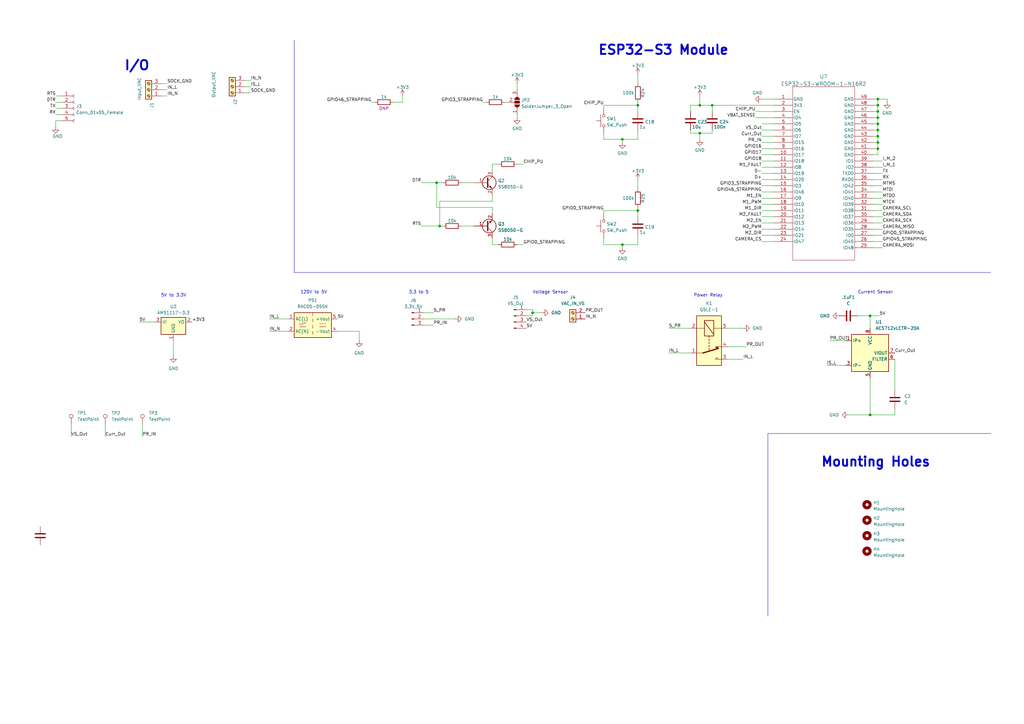
<source format=kicad_sch>
(kicad_sch (version 20230121) (generator eeschema)
  (paper "A3")
  (title_block (title "ESP32 Example: Motor Controller") (date "2023-08-07") (rev "A") (company "ECE 445"))
  (lib_symbols
    (symbol "Connector:Conn_01x03_Pin" (pin_names (offset 1.016) hide)
      (property "Reference" "J" (at 0 5.08 0))
      (property "Value" "Conn_01x03_Pin" (at 0 -5.08 0))
      (symbol "Conn_01x03_Pin_1_1"
        (polyline (pts (xy 1.27 -2.54) (xy 0.8636 -2.54)) (stroke (width 0.1524)))
        (polyline (pts (xy 1.27 0) (xy 0.8636 0)) (stroke (width 0.1524)))
        (polyline (pts (xy 1.27 2.54) (xy 0.8636 2.54)) (stroke (width 0.1524)))
        (rectangle (start 0.8636 -2.413) (end 0 -2.667) (stroke (width 0.1524)) (fill (type outline)))
        (rectangle (start 0.8636 0.127) (end 0 -0.127) (stroke (width 0.1524)) (fill (type outline)))
        (rectangle (start 0.8636 2.667) (end 0 2.413) (stroke (width 0.1524)) (fill (type outline)))
        (pin passive line (at 5.08 2.54 180) (length 3.81) (name "Pin_1") (number "1"))
        (pin passive line (at 5.08 0 180) (length 3.81) (name "Pin_2") (number "2"))
        (pin passive line (at 5.08 -2.54 180) (length 3.81) (name "Pin_3") (number "3"))
      )
    )
    (symbol "Connector:Conn_01x04_Pin" (pin_names (offset 1.016) hide)
      (property "Reference" "J" (at 0 5.08 0))
      (property "Value" "Conn_01x04_Pin" (at 0 -7.62 0))
      (symbol "Conn_01x04_Pin_1_1"
        (polyline (pts (xy 1.27 -5.08) (xy 0.8636 -5.08)) (stroke (width 0.1524)))
        (polyline (pts (xy 1.27 -2.54) (xy 0.8636 -2.54)) (stroke (width 0.1524)))
        (polyline (pts (xy 1.27 0) (xy 0.8636 0)) (stroke (width 0.1524)))
        (polyline (pts (xy 1.27 2.54) (xy 0.8636 2.54)) (stroke (width 0.1524)))
        (rectangle (start 0.8636 -4.953) (end 0 -5.207) (stroke (width 0.1524)) (fill (type outline)))
        (rectangle (start 0.8636 -2.413) (end 0 -2.667) (stroke (width 0.1524)) (fill (type outline)))
        (rectangle (start 0.8636 0.127) (end 0 -0.127) (stroke (width 0.1524)) (fill (type outline)))
        (rectangle (start 0.8636 2.667) (end 0 2.413) (stroke (width 0.1524)) (fill (type outline)))
        (pin passive line (at 5.08 2.54 180) (length 3.81) (name "Pin_1") (number "1"))
        (pin passive line (at 5.08 0 180) (length 3.81) (name "Pin_2") (number "2"))
        (pin passive line (at 5.08 -2.54 180) (length 3.81) (name "Pin_3") (number "3"))
        (pin passive line (at 5.08 -5.08 180) (length 3.81) (name "Pin_4") (number "4"))
      )
    )
    (symbol "Connector:Conn_01x05_Female" (pin_names (offset 1.016) hide)
      (property "Reference" "J" (at 0 7.62 0))
      (property "Value" "Conn_01x05_Female" (at 0 -7.62 0))
      (symbol "Conn_01x05_Female_1_1"
        (arc (start 0 -4.572) (mid -0.5058 -5.08) (end 0 -5.588) (stroke (width 0.1524)))
        (arc (start 0 -2.032) (mid -0.5058 -2.54) (end 0 -3.048) (stroke (width 0.1524)))
        (polyline (pts (xy -1.27 -5.08) (xy -0.508 -5.08)) (stroke (width 0.1524)))
        (polyline (pts (xy -1.27 -2.54) (xy -0.508 -2.54)) (stroke (width 0.1524)))
        (polyline (pts (xy -1.27 0) (xy -0.508 0)) (stroke (width 0.1524)))
        (polyline (pts (xy -1.27 2.54) (xy -0.508 2.54)) (stroke (width 0.1524)))
        (polyline (pts (xy -1.27 5.08) (xy -0.508 5.08)) (stroke (width 0.1524)))
        (arc (start 0 0.508) (mid -0.5058 0) (end 0 -0.508) (stroke (width 0.1524)))
        (arc (start 0 3.048) (mid -0.5058 2.54) (end 0 2.032) (stroke (width 0.1524)))
        (arc (start 0 5.588) (mid -0.5058 5.08) (end 0 4.572) (stroke (width 0.1524)))
        (pin passive line (at -5.08 5.08 0) (length 3.81) (name "Pin_1") (number "1"))
        (pin passive line (at -5.08 2.54 0) (length 3.81) (name "Pin_2") (number "2"))
        (pin passive line (at -5.08 0 0) (length 3.81) (name "Pin_3") (number "3"))
        (pin passive line (at -5.08 -2.54 0) (length 3.81) (name "Pin_4") (number "4"))
        (pin passive line (at -5.08 -5.08 0) (length 3.81) (name "Pin_5") (number "5"))
      )
    )
    (symbol "Connector:Screw_Terminal_01x02" (pin_names (offset 1.016) hide)
      (property "Reference" "J" (at 0 2.54 0))
      (property "Value" "Screw_Terminal_01x02" (at 0 -5.08 0))
      (symbol "Screw_Terminal_01x02_1_1"
        (rectangle (start -1.27 1.27) (end 1.27 -3.81) (stroke (width 0.254)) (fill (type background)))
        (circle (center 0 -2.54) (radius 0.635) (stroke (width 0.1524)))
        (polyline (pts (xy -0.5334 -2.2098) (xy 0.3302 -3.048)) (stroke (width 0.1524)))
        (polyline (pts (xy -0.5334 0.3302) (xy 0.3302 -0.508)) (stroke (width 0.1524)))
        (polyline (pts (xy -0.3556 -2.032) (xy 0.508 -2.8702)) (stroke (width 0.1524)))
        (polyline (pts (xy -0.3556 0.508) (xy 0.508 -0.3302)) (stroke (width 0.1524)))
        (circle (center 0 0) (radius 0.635) (stroke (width 0.1524)))
        (pin passive line (at -5.08 0 0) (length 3.81) (name "Pin_1") (number "1"))
        (pin passive line (at -5.08 -2.54 0) (length 3.81) (name "Pin_2") (number "2"))
      )
    )
    (symbol "Connector:Screw_Terminal_01x03" (pin_names (offset 1.016) hide)
      (property "Reference" "J" (at 0 5.08 0))
      (property "Value" "Screw_Terminal_01x03" (at 0 -5.08 0))
      (symbol "Screw_Terminal_01x03_1_1"
        (rectangle (start -1.27 3.81) (end 1.27 -3.81) (stroke (width 0.254)) (fill (type background)))
        (circle (center 0 -2.54) (radius 0.635) (stroke (width 0.1524)))
        (polyline (pts (xy -0.5334 -2.2098) (xy 0.3302 -3.048)) (stroke (width 0.1524)))
        (polyline (pts (xy -0.5334 0.3302) (xy 0.3302 -0.508)) (stroke (width 0.1524)))
        (polyline (pts (xy -0.5334 2.8702) (xy 0.3302 2.032)) (stroke (width 0.1524)))
        (polyline (pts (xy -0.3556 -2.032) (xy 0.508 -2.8702)) (stroke (width 0.1524)))
        (polyline (pts (xy -0.3556 0.508) (xy 0.508 -0.3302)) (stroke (width 0.1524)))
        (polyline (pts (xy -0.3556 3.048) (xy 0.508 2.2098)) (stroke (width 0.1524)))
        (circle (center 0 0) (radius 0.635) (stroke (width 0.1524)))
        (circle (center 0 2.54) (radius 0.635) (stroke (width 0.1524)))
        (pin passive line (at -5.08 2.54 0) (length 3.81) (name "Pin_1") (number "1"))
        (pin passive line (at -5.08 0 0) (length 3.81) (name "Pin_2") (number "2"))
        (pin passive line (at -5.08 -2.54 0) (length 3.81) (name "Pin_3") (number "3"))
      )
    )
    (symbol "Connector:TestPoint" (pin_numbers hide) (pin_names (offset 0.762) hide)
      (property "Reference" "TP" (at 0 6.858 0))
      (property "Value" "TestPoint" (at 0 5.08 0))
      (symbol "TestPoint_0_1"
        (circle (center 0 3.302) (radius 0.762))
      )
      (symbol "TestPoint_1_1"
        (pin passive line (at 0 0 90) (length 2.54) (name "1") (number "1"))
      )
    )
    (symbol "Converter_ACDC:RAC05-05SK"
      (property "Reference" "PS" (at 0 6.35 0))
      (property "Value" "RAC05-05SK" (at 0 -6.35 0))
      (symbol "RAC05-05SK_1_1"
        (rectangle (start -7.62 5.08) (end 7.62 -5.08) (stroke (width 0.254)) (fill (type background)))
        (arc (start -5.334 0.635) (mid -4.699 0.2495) (end -4.064 0.635))
        (arc (start -2.794 0.635) (mid -3.429 1.0072) (end -4.064 0.635))
        (polyline (pts (xy -5.334 -0.635) (xy -2.794 -0.635)))
        (polyline (pts (xy 0 -2.54) (xy 0 -3.81)))
        (polyline (pts (xy 0 0) (xy 0 -1.27)))
        (polyline (pts (xy 0 2.54) (xy 0 1.27)))
        (polyline (pts (xy 0 5.08) (xy 0 3.81)))
        (polyline (pts (xy 2.794 -0.635) (xy 5.334 -0.635)))
        (polyline (pts (xy 2.794 0.635) (xy 3.302 0.635)))
        (polyline (pts (xy 3.81 0.635) (xy 4.318 0.635)))
        (polyline (pts (xy 4.826 0.635) (xy 5.334 0.635)))
        (pin power_in line (at -10.16 2.54 0) (length 2.54) (name "AC(L)") (number "1"))
        (pin power_in line (at -10.16 -2.54 0) (length 2.54) (name "AC(N)") (number "2"))
        (pin no_connect line (at 7.62 0 180) (length 2.54) hide (name "NC") (number "3"))
        (pin power_out line (at 10.16 -2.54 180) (length 2.54) (name "-Vout") (number "4"))
        (pin power_out line (at 10.16 2.54 180) (length 2.54) (name "+Vout") (number "5"))
      )
    )
    (symbol "Device:C" (pin_numbers hide) (pin_names (offset 0.254))
      (property "Reference" "C" (at 0.635 2.54 0))
      (property "Value" "C" (at 0.635 -2.54 0))
      (symbol "C_0_1"
        (polyline (pts (xy -2.032 -0.762) (xy 2.032 -0.762)) (stroke (width 0.508)))
        (polyline (pts (xy -2.032 0.762) (xy 2.032 0.762)) (stroke (width 0.508)))
      )
      (symbol "C_1_1"
        (pin passive line (at 0 3.81 270) (length 2.794) (name "~") (number "1"))
        (pin passive line (at 0 -3.81 90) (length 2.794) (name "~") (number "2"))
      )
    )
    (symbol "Device:Q_NPN_BEC" (pin_names (offset 0) hide)
      (property "Reference" "Q" (at 5.08 1.27 0))
      (property "Value" "Q_NPN_BEC" (at 5.08 -1.27 0))
      (symbol "Q_NPN_BEC_0_1"
        (polyline (pts (xy 0.635 0.635) (xy 2.54 2.54)))
        (polyline (pts (xy 0.635 -0.635) (xy 2.54 -2.54) (xy 2.54 -2.54)))
        (polyline (pts (xy 0.635 1.905) (xy 0.635 -1.905) (xy 0.635 -1.905)) (stroke (width 0.508)))
        (polyline (pts (xy 1.27 -1.778) (xy 1.778 -1.27) (xy 2.286 -2.286) (xy 1.27 -1.778) (xy 1.27 -1.778)) (fill (type outline)))
        (circle (center 1.27 0) (radius 2.8194) (stroke (width 0.254)))
      )
      (symbol "Q_NPN_BEC_1_1"
        (pin input line (at -5.08 0 0) (length 5.715) (name "B") (number "1"))
        (pin passive line (at 2.54 -5.08 90) (length 2.54) (name "E") (number "2"))
        (pin passive line (at 2.54 5.08 270) (length 2.54) (name "C") (number "3"))
      )
    )
    (symbol "GND_1" (power) (pin_names (offset 0))
      (property "Value" "GND_1" (at 0 -3.81 0))
      (symbol "GND_1_0_1"
        (polyline (pts (xy 0 0) (xy 0 -1.27) (xy 1.27 -1.27) (xy 0 -2.54) (xy -1.27 -1.27) (xy 0 -1.27)))
      )
      (symbol "GND_1_1_1"
        (pin power_in line (at 0 0 270) (length 0) hide (name "GND") (number "1"))
      )
    )
    (symbol "GND_2" (power) (pin_names (offset 0))
      (property "Value" "GND_2" (at 0 -3.81 0))
      (symbol "GND_2_0_1"
        (polyline (pts (xy 0 0) (xy 0 -1.27) (xy 1.27 -1.27) (xy 0 -2.54) (xy -1.27 -1.27) (xy 0 -1.27)))
      )
      (symbol "GND_2_1_1"
        (pin power_in line (at 0 0 270) (length 0) hide (name "GND") (number "1"))
      )
    )
    (symbol "GND_3" (power) (pin_names (offset 0))
      (property "Value" "GND_3" (at 0 -3.81 0))
      (symbol "GND_3_0_1"
        (polyline (pts (xy 0 0) (xy 0 -1.27) (xy 1.27 -1.27) (xy 0 -2.54) (xy -1.27 -1.27) (xy 0 -1.27)))
      )
      (symbol "GND_3_1_1"
        (pin power_in line (at 0 0 270) (length 0) hide (name "GND") (number "1"))
      )
    )
    (symbol "GND_4" (power) (pin_names (offset 0))
      (property "Value" "GND_4" (at 0 -3.81 0))
      (symbol "GND_4_0_1"
        (polyline (pts (xy 0 0) (xy 0 -1.27) (xy 1.27 -1.27) (xy 0 -2.54) (xy -1.27 -1.27) (xy 0 -1.27)))
      )
      (symbol "GND_4_1_1"
        (pin power_in line (at 0 0 270) (length 0) hide (name "GND") (number "1"))
      )
    )
    (symbol "GND_5" (power) (pin_names (offset 0))
      (property "Value" "GND_5" (at 0 -3.81 0))
      (symbol "GND_5_0_1"
        (polyline (pts (xy 0 0) (xy 0 -1.27) (xy 1.27 -1.27) (xy 0 -2.54) (xy -1.27 -1.27) (xy 0 -1.27)))
      )
      (symbol "GND_5_1_1"
        (pin power_in line (at 0 0 270) (length 0) hide (name "GND") (number "1"))
      )
    )
    (symbol "GND_6" (power) (pin_names (offset 0))
      (property "Value" "GND_6" (at 0 -3.81 0))
      (symbol "GND_6_0_1"
        (polyline (pts (xy 0 0) (xy 0 -1.27) (xy 1.27 -1.27) (xy 0 -2.54) (xy -1.27 -1.27) (xy 0 -1.27)))
      )
      (symbol "GND_6_1_1"
        (pin power_in line (at 0 0 270) (length 0) hide (name "GND") (number "1"))
      )
    )
    (symbol "GND_7" (power) (pin_names (offset 0))
      (property "Value" "GND_7" (at 0 -3.81 0))
      (symbol "GND_7_0_1"
        (polyline (pts (xy 0 0) (xy 0 -1.27) (xy 1.27 -1.27) (xy 0 -2.54) (xy -1.27 -1.27) (xy 0 -1.27)))
      )
      (symbol "GND_7_1_1"
        (pin power_in line (at 0 0 270) (length 0) hide (name "GND") (number "1"))
      )
    )
    (symbol "Jumper:SolderJumper_3_Open" (pin_names (offset 0) hide)
      (property "Reference" "JP" (at -2.54 -2.54 0))
      (property "Value" "SolderJumper_3_Open" (at 0 2.794 0))
      (symbol "SolderJumper_3_Open_0_1"
        (arc (start -1.016 1.016) (mid -2.0276 0) (end -1.016 -1.016))
        (arc (start -1.016 1.016) (mid -2.0276 0) (end -1.016 -1.016) (fill (type outline)))
        (rectangle (start -0.508 1.016) (end 0.508 -1.016) (fill (type outline)))
        (polyline (pts (xy -2.54 0) (xy -2.032 0)))
        (polyline (pts (xy -1.016 1.016) (xy -1.016 -1.016)))
        (polyline (pts (xy 0 -1.27) (xy 0 -1.016)))
        (polyline (pts (xy 1.016 1.016) (xy 1.016 -1.016)))
        (polyline (pts (xy 2.54 0) (xy 2.032 0)))
        (arc (start 1.016 -1.016) (mid 2.0276 0) (end 1.016 1.016))
        (arc (start 1.016 -1.016) (mid 2.0276 0) (end 1.016 1.016) (fill (type outline)))
      )
      (symbol "SolderJumper_3_Open_1_1"
        (pin passive line (at -5.08 0 0) (length 2.54) (name "A") (number "1"))
        (pin passive line (at 0 -3.81 90) (length 2.54) (name "C") (number "2"))
        (pin passive line (at 5.08 0 180) (length 2.54) (name "B") (number "3"))
      )
    )
    (symbol "Mechanical:MountingHole" (pin_names (offset 1.016))
      (property "Reference" "H" (at 0 5.08 0))
      (property "Value" "MountingHole" (at 0 3.175 0))
      (symbol "MountingHole_0_1"
        (circle (center 0 0) (radius 1.27) (stroke (width 1.27)))
      )
    )
    (symbol "Regulator_Linear:AMS1117-3.3"
      (property "Reference" "U" (at -3.81 3.175 0))
      (property "Value" "AMS1117-3.3" (at 0 3.175 0))
      (symbol "AMS1117-3.3_0_1"
        (rectangle (start -5.08 -5.08) (end 5.08 1.905) (stroke (width 0.254)) (fill (type background)))
      )
      (symbol "AMS1117-3.3_1_1"
        (pin power_in line (at 0 -7.62 90) (length 2.54) (name "GND") (number "1"))
        (pin power_out line (at 7.62 0 180) (length 2.54) (name "VO") (number "2"))
        (pin power_in line (at -7.62 0 0) (length 2.54) (name "VI") (number "3"))
      )
    )
    (symbol "Relay:G5LE-1"
      (property "Reference" "K" (at 11.43 3.81 0))
      (property "Value" "G5LE-1" (at 11.43 1.27 0))
      (symbol "G5LE-1_0_0"
        (polyline (pts (xy 7.62 5.08) (xy 7.62 2.54) (xy 6.985 3.175) (xy 7.62 3.81)))
      )
      (symbol "G5LE-1_0_1"
        (rectangle (start -10.16 5.08) (end 10.16 -5.08) (stroke (width 0.254)) (fill (type background)))
        (rectangle (start -8.255 1.905) (end -1.905 -1.905) (stroke (width 0.254)))
        (polyline (pts (xy -7.62 -1.905) (xy -2.54 1.905)) (stroke (width 0.254)))
        (polyline (pts (xy -5.08 -5.08) (xy -5.08 -1.905)))
        (polyline (pts (xy -5.08 5.08) (xy -5.08 1.905)))
        (polyline (pts (xy -1.905 0) (xy -1.27 0)) (stroke (width 0.254)))
        (polyline (pts (xy -0.635 0) (xy 0 0)) (stroke (width 0.254)))
        (polyline (pts (xy 0.635 0) (xy 1.27 0)) (stroke (width 0.254)))
        (polyline (pts (xy 1.905 0) (xy 2.54 0)) (stroke (width 0.254)))
        (polyline (pts (xy 3.175 0) (xy 3.81 0)) (stroke (width 0.254)))
        (polyline (pts (xy 5.08 -2.54) (xy 3.175 3.81)) (stroke (width 0.508)))
        (polyline (pts (xy 5.08 -2.54) (xy 5.08 -5.08)))
        (polyline (pts (xy 2.54 5.08) (xy 2.54 2.54) (xy 3.175 3.175) (xy 2.54 3.81)) (fill (type outline)))
      )
      (symbol "G5LE-1_1_1"
        (pin passive line (at 5.08 -7.62 90) (length 2.54) (name "~") (number "1"))
        (pin passive line (at -5.08 -7.62 90) (length 2.54) (name "~") (number "2"))
        (pin passive line (at 7.62 7.62 270) (length 2.54) (name "~") (number "3"))
        (pin passive line (at 2.54 7.62 270) (length 2.54) (name "~") (number "4"))
        (pin passive line (at -5.08 7.62 270) (length 2.54) (name "~") (number "5"))
      )
    )
    (symbol "Sensor_Current:ACS712xLCTR-20A"
      (property "Reference" "U" (at 2.54 11.43 0))
      (property "Value" "ACS712xLCTR-20A" (at 2.54 8.89 0))
      (symbol "ACS712xLCTR-20A_0_1"
        (rectangle (start -7.62 7.62) (end 7.62 -7.62) (stroke (width 0.254)) (fill (type background)))
      )
      (symbol "ACS712xLCTR-20A_1_1"
        (pin passive line (at -10.16 5.08 0) (length 2.54) (name "IP+") (number "1"))
        (pin passive line (at -10.16 5.08 0) (length 2.54) hide (name "IP+") (number "2"))
        (pin passive line (at -10.16 -5.08 0) (length 2.54) (name "IP-") (number "3"))
        (pin passive line (at -10.16 -5.08 0) (length 2.54) hide (name "IP-") (number "4"))
        (pin power_in line (at 0 -10.16 90) (length 2.54) (name "GND") (number "5"))
        (pin passive line (at 10.16 -2.54 180) (length 2.54) (name "FILTER") (number "6"))
        (pin output line (at 10.16 0 180) (length 2.54) (name "VIOUT") (number "7"))
        (pin power_in line (at 0 10.16 270) (length 2.54) (name "VCC") (number "8"))
      )
    )
    (symbol "Switch:SW_Push" (pin_numbers hide) (pin_names (offset 1.016) hide)
      (property "Reference" "SW" (at 1.27 2.54 0))
      (property "Value" "SW_Push" (at 0 -1.524 0))
      (symbol "SW_Push_0_1"
        (circle (center -2.032 0) (radius 0.508))
        (polyline (pts (xy 0 1.27) (xy 0 3.048)))
        (polyline (pts (xy 2.54 1.27) (xy -2.54 1.27)))
        (circle (center 2.032 0) (radius 0.508))
        (pin passive line (at -5.08 0 0) (length 2.54) (name "1") (number "1"))
        (pin passive line (at 5.08 0 180) (length 2.54) (name "2") (number "2"))
      )
    )
    (symbol "basic:C" (pin_numbers hide) (pin_names (offset 0.254))
      (property "Reference" "C" (at 0.635 2.54 0))
      (symbol "C_0_1"
        (polyline (pts (xy -2.032 -0.762) (xy 2.032 -0.762)) (stroke (width 0.508)))
        (polyline (pts (xy -2.032 0.762) (xy 2.032 0.762)) (stroke (width 0.508)))
      )
      (symbol "C_1_1"
        (pin passive line (at 0 3.81 270) (length 2.794) (name "~") (number "1"))
        (pin passive line (at 0 -3.81 90) (length 2.794) (name "~") (number "2"))
      )
    )
    (symbol "basic:R" (pin_numbers hide) (pin_names (offset 0))
      (property "Value" "R" (at 0 0 90))
      (symbol "R_0_1"
        (rectangle (start -1.016 -2.54) (end 1.016 2.54) (stroke (width 0.254)))
      )
      (symbol "R_1_1"
        (pin passive line (at 0 3.81 270) (length 1.27) (name "~") (number "1"))
        (pin passive line (at 0 -3.81 90) (length 1.27) (name "~") (number "2"))
      )
    )
    (symbol "local_symbols:ESP32-S3-WROOM-1-N16R2" (pin_names (offset 0.254))
      (property "Reference" "U" (at 20.32 10.16 0))
      (property "Value" "ESP32-S3-WROOM-1-N16R2" (at 20.32 7.62 0))
      (symbol "ESP32-S3-WROOM-1-N16R2_0_1"
        (polyline (pts (xy 7.62 -66.04) (xy 33.02 -66.04)) (stroke (width 0.127)))
        (polyline (pts (xy 7.62 5.08) (xy 7.62 -66.04)) (stroke (width 0.127)))
        (polyline (pts (xy 33.02 -66.04) (xy 33.02 5.08)) (stroke (width 0.127)))
        (polyline (pts (xy 33.02 5.08) (xy 7.62 5.08)) (stroke (width 0.127)))
        (pin power_out line (at 0 0 0) (length 7.62) (name "GND") (number "1"))
        (pin bidirectional line (at 0 -22.86 0) (length 7.62) (name "IO17") (number "10"))
        (pin bidirectional line (at 0 -25.4 0) (length 7.62) (name "IO18") (number "11"))
        (pin bidirectional line (at 0 -27.94 0) (length 7.62) (name "IO8") (number "12"))
        (pin bidirectional line (at 0 -30.48 0) (length 7.62) (name "IO19") (number "13"))
        (pin bidirectional line (at 0 -33.02 0) (length 7.62) (name "IO20") (number "14"))
        (pin bidirectional line (at 0 -35.56 0) (length 7.62) (name "IO3") (number "15"))
        (pin bidirectional line (at 0 -38.1 0) (length 7.62) (name "IO46") (number "16"))
        (pin bidirectional line (at 0 -40.64 0) (length 7.62) (name "IO9") (number "17"))
        (pin bidirectional line (at 0 -43.18 0) (length 7.62) (name "IO10") (number "18"))
        (pin bidirectional line (at 0 -45.72 0) (length 7.62) (name "IO11") (number "19"))
        (pin power_in line (at 0 -2.54 0) (length 7.62) (name "3V3") (number "2"))
        (pin bidirectional line (at 0 -48.26 0) (length 7.62) (name "IO12") (number "20"))
        (pin bidirectional line (at 0 -50.8 0) (length 7.62) (name "IO13") (number "21"))
        (pin bidirectional line (at 0 -53.34 0) (length 7.62) (name "IO14") (number "22"))
        (pin bidirectional line (at 0 -55.88 0) (length 7.62) (name "IO21") (number "23"))
        (pin bidirectional line (at 0 -58.42 0) (length 7.62) (name "IO47") (number "24"))
        (pin bidirectional line (at 40.64 -60.96 180) (length 7.62) (name "IO48") (number "25"))
        (pin bidirectional line (at 40.64 -58.42 180) (length 7.62) (name "IO45") (number "26"))
        (pin bidirectional line (at 40.64 -55.88 180) (length 7.62) (name "IO0") (number "27"))
        (pin bidirectional line (at 40.64 -53.34 180) (length 7.62) (name "IO35") (number "28"))
        (pin bidirectional line (at 40.64 -50.8 180) (length 7.62) (name "IO36") (number "29"))
        (pin input line (at 0 -5.08 0) (length 7.62) (name "EN") (number "3"))
        (pin bidirectional line (at 40.64 -48.26 180) (length 7.62) (name "IO37") (number "30"))
        (pin bidirectional line (at 40.64 -45.72 180) (length 7.62) (name "IO38") (number "31"))
        (pin bidirectional line (at 40.64 -43.18 180) (length 7.62) (name "IO39") (number "32"))
        (pin bidirectional line (at 40.64 -40.64 180) (length 7.62) (name "IO40") (number "33"))
        (pin bidirectional line (at 40.64 -38.1 180) (length 7.62) (name "IO41") (number "34"))
        (pin bidirectional line (at 40.64 -35.56 180) (length 7.62) (name "IO42") (number "35"))
        (pin bidirectional line (at 40.64 -33.02 180) (length 7.62) (name "RXD0") (number "36"))
        (pin bidirectional line (at 40.64 -30.48 180) (length 7.62) (name "TXD0") (number "37"))
        (pin bidirectional line (at 40.64 -27.94 180) (length 7.62) (name "IO2") (number "38"))
        (pin bidirectional line (at 40.64 -25.4 180) (length 7.62) (name "IO1") (number "39"))
        (pin bidirectional line (at 0 -7.62 0) (length 7.62) (name "IO4") (number "4"))
        (pin power_out line (at 40.64 -22.86 180) (length 7.62) (name "GND") (number "40"))
        (pin power_out line (at 40.64 -20.32 180) (length 7.62) (name "GND") (number "41"))
        (pin power_out line (at 40.64 -17.78 180) (length 7.62) (name "GND") (number "42"))
        (pin power_out line (at 40.64 -15.24 180) (length 7.62) (name "GND") (number "43"))
        (pin power_out line (at 40.64 -12.7 180) (length 7.62) (name "GND") (number "44"))
        (pin power_out line (at 40.64 -10.16 180) (length 7.62) (name "GND") (number "45"))
        (pin power_out line (at 40.64 -7.62 180) (length 7.62) (name "GND") (number "46"))
        (pin power_out line (at 40.64 -5.08 180) (length 7.62) (name "GND") (number "47"))
        (pin power_out line (at 40.64 -2.54 180) (length 7.62) (name "GND") (number "48"))
        (pin power_out line (at 40.64 0 180) (length 7.62) (name "GND") (number "49"))
        (pin bidirectional line (at 0 -10.16 0) (length 7.62) (name "IO5") (number "5"))
        (pin bidirectional line (at 0 -12.7 0) (length 7.62) (name "IO6") (number "6"))
        (pin bidirectional line (at 0 -15.24 0) (length 7.62) (name "IO7") (number "7"))
        (pin bidirectional line (at 0 -17.78 0) (length 7.62) (name "IO15") (number "8"))
        (pin bidirectional line (at 0 -20.32 0) (length 7.62) (name "IO16") (number "9"))
      )
    )
    (symbol "power:+3V3" (power) (pin_names (offset 0))
      (property "Value" "+3V3" (at 0 3.556 0))
      (symbol "+3V3_0_1"
        (polyline (pts (xy -0.762 1.27) (xy 0 2.54)))
        (polyline (pts (xy 0 0) (xy 0 2.54)))
        (polyline (pts (xy 0 2.54) (xy 0.762 1.27)))
      )
      (symbol "+3V3_1_1"
        (pin power_in line (at 0 0 90) (length 0) hide (name "+3V3") (number "1"))
      )
    )
    (symbol "power:GND" (power) (pin_names (offset 0))
      (property "Value" "GND" (at 0 -3.81 0))
      (symbol "GND_0_1"
        (polyline (pts (xy 0 0) (xy 0 -1.27) (xy 1.27 -1.27) (xy 0 -2.54) (xy -1.27 -1.27) (xy 0 -1.27)))
      )
      (symbol "GND_1_1"
        (pin power_in line (at 0 0 270) (length 0) hide (name "GND") (number "1"))
      )
    )
  )
  (junction (at 261.62 43.18))
  (junction (at 360.045 55.88))
  (junction (at 360.045 45.72))
  (junction (at 287.02 43.18))
  (junction (at 360.045 48.26))
  (junction (at 360.045 50.8))
  (junction (at 356.87 170.18))
  (junction (at 287.02 54.61))
  (junction (at 180.34 92.71))
  (junction (at 360.045 40.64))
  (junction (at 255.27 57.15))
  (junction (at 179.07 74.93))
  (junction (at 360.045 53.34))
  (junction (at 360.045 60.96))
  (junction (at 218.44 128.27))
  (junction (at 360.045 43.18))
  (junction (at 255.27 100.33))
  (junction (at 292.1 43.18))
  (junction (at 360.045 58.42))
  (junction (at 261.62 86.36))
  (junction (at 356.87 129.54))
  (wire (pts (xy 207.01 41.91) (xy 208.28 41.91)))
  (wire (pts (xy 358.14 101.6) (xy 361.95 101.6)))
  (wire (pts (xy 347.98 170.18) (xy 356.87 170.18)))
  (wire (pts (xy 261.62 85.09) (xy 261.62 86.36)))
  (wire (pts (xy 218.44 128.27) (xy 222.25 128.27)))
  (wire (pts (xy 173.99 130.81) (xy 186.69 130.81)))
  (wire (pts (xy 172.72 92.71) (xy 180.34 92.71)))
  (wire (pts (xy 358.14 60.96) (xy 360.045 60.96)))
  (wire (pts (xy 212.09 46.99) (xy 212.09 48.26)))
  (wire (pts (xy 147.32 135.89) (xy 147.32 139.7)))
  (wire (pts (xy 283.21 54.61) (xy 287.02 54.61)))
  (wire (pts (xy 312.42 76.2) (xy 317.5 76.2)))
  (wire (pts (xy 367.03 167.64) (xy 367.03 170.18)))
  (wire (pts (xy 201.93 82.55) (xy 180.34 82.55)))
  (wire (pts (xy 201.93 97.79) (xy 201.93 100.33)))
  (wire (pts (xy 360.045 60.96) (xy 360.045 58.42)))
  (wire (pts (xy 218.44 127) (xy 218.44 128.27)))
  (wire (pts (xy 360.045 63.5) (xy 360.045 60.96)))
  (wire (pts (xy 312.42 58.42) (xy 317.5 58.42)))
  (wire (pts (xy 312.42 53.34) (xy 317.5 53.34)))
  (wire (pts (xy 261.62 43.18) (xy 261.62 45.72)))
  (wire (pts (xy 312.42 73.66) (xy 317.5 73.66)))
  (wire (pts (xy 360.045 55.88) (xy 360.045 53.34)))
  (wire (pts (xy 71.12 139.7) (xy 71.12 146.05)))
  (wire (pts (xy 356.87 154.94) (xy 356.87 170.18)))
  (wire (pts (xy 138.43 135.89) (xy 147.32 135.89)))
  (wire (pts (xy 58.42 173.99) (xy 58.42 179.07)))
  (wire (pts (xy 255.27 100.33) (xy 255.27 101.6)))
  (wire (pts (xy 351.79 129.54) (xy 356.87 129.54)))
  (wire (pts (xy 274.32 134.62) (xy 283.21 134.62)))
  (wire (pts (xy 201.93 67.31) (xy 201.93 69.85)))
  (wire (pts (xy 283.21 43.18) (xy 287.02 43.18)))
  (wire (pts (xy 255.27 57.15) (xy 255.27 58.42)))
  (wire (pts (xy 247.65 86.36) (xy 261.62 86.36)))
  (wire (pts (xy 358.14 88.9) (xy 361.95 88.9)))
  (wire (pts (xy 312.42 83.82) (xy 317.5 83.82)))
  (wire (pts (xy 261.62 30.48) (xy 261.62 34.29)))
  (wire (pts (xy 358.14 50.8) (xy 360.045 50.8)))
  (wire (pts (xy 367.03 147.32) (xy 367.03 160.02)))
  (wire (pts (xy 309.88 45.72) (xy 317.5 45.72)))
  (wire (pts (xy 360.045 53.34) (xy 360.045 50.8)))
  (wire (pts (xy 312.42 78.74) (xy 317.5 78.74)))
  (wire (pts (xy 215.9 129.54) (xy 218.44 129.54)))
  (wire (pts (xy 358.14 96.52) (xy 361.95 96.52)))
  (wire (pts (xy 247.65 97.79) (xy 247.65 100.33)))
  (wire (pts (xy 292.1 43.18) (xy 317.5 43.18)))
  (wire (pts (xy 22.86 41.91) (xy 25.4 41.91)))
  (wire (pts (xy 356.87 129.54) (xy 360.68 129.54)))
  (wire (pts (xy 100.33 38.1) (xy 102.87 38.1)))
  (wire (pts (xy 110.49 130.81) (xy 118.11 130.81)))
  (wire (pts (xy 179.07 85.09) (xy 179.07 74.93)))
  (wire (pts (xy 312.42 63.5) (xy 317.5 63.5)))
  (wire (pts (xy 360.045 40.64) (xy 363.855 40.64)))
  (wire (pts (xy 358.14 71.12) (xy 361.95 71.12)))
  (wire (pts (xy 360.045 48.26) (xy 360.045 45.72)))
  (wire (pts (xy 261.62 100.33) (xy 255.27 100.33)))
  (wire (pts (xy 358.14 81.28) (xy 361.95 81.28)))
  (wire (pts (xy 358.14 63.5) (xy 360.045 63.5)))
  (wire (pts (xy 287.02 54.61) (xy 292.1 54.61)))
  (wire (pts (xy 358.14 55.88) (xy 360.045 55.88)))
  (wire (pts (xy 356.87 170.18) (xy 367.03 170.18)))
  (wire (pts (xy 358.14 53.34) (xy 360.045 53.34)))
  (wire (pts (xy 358.14 86.36) (xy 361.95 86.36)))
  (wire (pts (xy 358.14 76.2) (xy 361.95 76.2)))
  (wire (pts (xy 287.02 54.61) (xy 287.02 57.15)))
  (wire (pts (xy 358.14 68.58) (xy 361.95 68.58)))
  (wire (pts (xy 360.045 40.64) (xy 360.045 43.18)))
  (wire (pts (xy 358.14 91.44) (xy 361.95 91.44)))
  (wire (pts (xy 261.62 86.36) (xy 261.62 88.9)))
  (wire (pts (xy 298.45 134.62) (xy 304.8 134.62)))
  (wire (pts (xy 358.14 83.82) (xy 361.95 83.82)))
  (wire (pts (xy 201.93 87.63) (xy 201.93 85.09)))
  (wire (pts (xy 172.72 74.93) (xy 179.07 74.93)))
  (wire (pts (xy 261.62 41.91) (xy 261.62 43.18)))
  (wire (pts (xy 215.9 127) (xy 218.44 127)))
  (wire (pts (xy 339.09 149.86) (xy 346.71 149.86)))
  (wire (pts (xy 179.07 74.93) (xy 181.61 74.93)))
  (wire (pts (xy 358.14 73.66) (xy 361.95 73.66)))
  (wire (pts (xy 312.42 91.44) (xy 317.5 91.44)))
  (wire (pts (xy 358.14 48.26) (xy 360.045 48.26)))
  (wire (pts (xy 212.09 67.31) (xy 214.63 67.31)))
  (wire (pts (xy 292.1 53.34) (xy 292.1 54.61)))
  (wire (pts (xy 247.65 57.15) (xy 255.27 57.15)))
  (wire (pts (xy 358.14 40.64) (xy 360.045 40.64)))
  (wire (pts (xy 247.65 43.18) (xy 261.62 43.18)))
  (wire (pts (xy 100.33 35.56) (xy 102.87 35.56)))
  (wire (pts (xy 312.42 68.58) (xy 317.5 68.58)))
  (wire (pts (xy 43.18 173.99) (xy 43.18 179.07)))
  (wire (pts (xy 358.14 99.06) (xy 361.95 99.06)))
  (wire (pts (xy 261.62 73.66) (xy 261.62 77.47)))
  (wire (pts (xy 22.86 49.53) (xy 22.86 52.07)))
  (wire (pts (xy 261.62 96.52) (xy 261.62 100.33)))
  (wire (pts (xy 312.42 86.36) (xy 317.5 86.36)))
  (wire (pts (xy 261.62 57.15) (xy 255.27 57.15)))
  (wire (pts (xy 212.09 100.33) (xy 214.63 100.33)))
  (wire (pts (xy 358.14 45.72) (xy 360.045 45.72)))
  (wire (pts (xy 161.29 41.91) (xy 165.1 41.91)))
  (wire (pts (xy 312.42 93.98) (xy 317.5 93.98)))
  (wire (pts (xy 180.34 82.55) (xy 180.34 92.71)))
  (wire (pts (xy 110.49 135.89) (xy 118.11 135.89)))
  (wire (pts (xy 283.21 45.72) (xy 283.21 43.18)))
  (wire (pts (xy 358.14 58.42) (xy 360.045 58.42)))
  (wire (pts (xy 356.87 134.62) (xy 356.87 129.54)))
  (wire (pts (xy 218.44 128.27) (xy 218.44 129.54)))
  (wire (pts (xy 57.15 132.08) (xy 63.5 132.08)))
  (wire (pts (xy 66.04 34.29) (xy 68.58 34.29)))
  (wire (pts (xy 29.21 173.99) (xy 29.21 179.07)))
  (wire (pts (xy 298.45 147.32) (xy 304.8 147.32)))
  (wire (pts (xy 247.65 54.61) (xy 247.65 57.15)))
  (wire (pts (xy 25.4 49.53) (xy 22.86 49.53)))
  (wire (pts (xy 247.65 44.45) (xy 247.65 43.18)))
  (wire (pts (xy 180.34 92.71) (xy 181.61 92.71)))
  (wire (pts (xy 22.86 39.37) (xy 25.4 39.37)))
  (wire (pts (xy 360.045 50.8) (xy 360.045 48.26)))
  (wire (pts (xy 22.86 44.45) (xy 25.4 44.45)))
  (wire (pts (xy 201.93 80.01) (xy 201.93 82.55)))
  (polyline (pts (xy 120.65 111.76) (xy 406.4 111.76)))
  (wire (pts (xy 66.04 39.37) (xy 68.58 39.37)))
  (wire (pts (xy 287.02 39.37) (xy 287.02 43.18)))
  (wire (pts (xy 204.47 67.31) (xy 201.93 67.31)))
  (wire (pts (xy 312.42 96.52) (xy 317.5 96.52)))
  (wire (pts (xy 66.04 36.83) (xy 68.58 36.83)))
  (wire (pts (xy 189.23 74.93) (xy 194.31 74.93)))
  (wire (pts (xy 312.42 81.28) (xy 317.5 81.28)))
  (wire (pts (xy 247.65 87.63) (xy 247.65 86.36)))
  (wire (pts (xy 201.93 100.33) (xy 204.47 100.33)))
  (wire (pts (xy 363.855 41.91) (xy 363.855 40.64)))
  (wire (pts (xy 100.33 33.02) (xy 102.87 33.02)))
  (wire (pts (xy 340.36 139.7) (xy 346.71 139.7)))
  (wire (pts (xy 360.045 43.18) (xy 358.14 43.18)))
  (wire (pts (xy 360.045 45.72) (xy 360.045 43.18)))
  (wire (pts (xy 173.99 128.27) (xy 177.8 128.27)))
  (wire (pts (xy 312.42 60.96) (xy 317.5 60.96)))
  (polyline (pts (xy 120.65 16.51) (xy 120.65 111.76)))
  (wire (pts (xy 358.14 66.04) (xy 361.95 66.04)))
  (wire (pts (xy 283.21 53.34) (xy 283.21 54.61)))
  (wire (pts (xy 312.42 50.8) (xy 317.5 50.8)))
  (wire (pts (xy 358.14 78.74) (xy 361.95 78.74)))
  (wire (pts (xy 312.42 40.64) (xy 317.5 40.64)))
  (wire (pts (xy 189.23 92.71) (xy 194.31 92.71)))
  (wire (pts (xy 298.45 142.24) (xy 306.07 142.24)))
  (wire (pts (xy 312.42 71.12) (xy 317.5 71.12)))
  (wire (pts (xy 261.62 53.34) (xy 261.62 57.15)))
  (wire (pts (xy 312.42 88.9) (xy 317.5 88.9)))
  (polyline (pts (xy 406.4 177.8) (xy 314.96 177.8)))
  (wire (pts (xy 309.88 48.26) (xy 317.5 48.26)))
  (wire (pts (xy 312.42 55.88) (xy 317.5 55.88)))
  (wire (pts (xy 312.42 66.04) (xy 317.5 66.04)))
  (wire (pts (xy 274.32 144.78) (xy 283.21 144.78)))
  (wire (pts (xy 22.86 46.99) (xy 25.4 46.99)))
  (wire (pts (xy 358.14 93.98) (xy 361.95 93.98)))
  (wire (pts (xy 201.93 85.09) (xy 179.07 85.09)))
  (wire (pts (xy 212.09 34.29) (xy 212.09 36.83)))
  (wire (pts (xy 198.12 41.91) (xy 199.39 41.91)))
  (wire (pts (xy 292.1 43.18) (xy 292.1 45.72)))
  (wire (pts (xy 287.02 43.18) (xy 292.1 43.18)))
  (wire (pts (xy 165.1 39.37) (xy 165.1 41.91)))
  (wire (pts (xy 247.65 100.33) (xy 255.27 100.33)))
  (wire (pts (xy 173.99 133.35) (xy 177.8 133.35)))
  (wire (pts (xy 360.045 58.42) (xy 360.045 55.88)))
  (polyline (pts (xy 314.96 177.8) (xy 314.96 252.73)))
  (wire (pts (xy 312.42 99.06) (xy 317.5 99.06)))
  (wire (pts (xy 152.4 41.91) (xy 153.67 41.91)))
  (text "Voltage Sensor\n" (at 218.44 120.65 0) (effects (font (size 1.27 1.27)) (justify left bottom)))
  (text "3.3 to 5\n" (at 167.64 120.65 0) (effects (font (size 1.27 1.27)) (justify left bottom)))
  (text "Current Sensor\n" (at 351.79 120.65 0) (effects (font (size 1.27 1.27)) (justify left bottom)))
  (text "120V to 5V" (at 123.19 120.65 0) (effects (font (size 1.27 1.27)) (justify left bottom)))
  (text "ESP32-S3 Module" (at 245.11 22.86 0) (effects (font (size 3.81 3.81) (thickness 0.762) bold) (justify left bottom)))
  (text "Mounting Holes" (at 336.55 191.77 0) (effects (font (size 3.81 3.81) (thickness 0.762) bold) (justify left bottom)))
  (text "5V to 3.3V\n" (at 66.04 121.92 0) (effects (font (size 1.27 1.27)) (justify left bottom)))
  (text "Power Relay\n" (at 284.48 121.92 0) (effects (font (size 1.27 1.27)) (justify left bottom)))
  (text "I/O" (at 50.8 29.21 0) (effects (font (size 3.81 3.81) (thickness 0.762) bold) (justify left bottom)))
  (label "5_PR" (at 177.8 128.27 0))
  (label "5V" (at 138.43 130.81 0))
  (label "SOCK_GND" (at 68.58 34.29 0))
  (label "5V" (at 215.9 134.62 0))
  (label "M2_EN" (at 312.42 91.44 180))
  (label "VS_Out" (at 29.21 179.07 0))
  (label "CHIP_PU" (at 214.63 67.31 0))
  (label "M1_FAULT" (at 312.42 68.58 180))
  (label "IN_N" (at 240.03 130.81 0))
  (label "IN_N" (at 110.49 135.89 0))
  (label "5V" (at 360.68 129.54 0))
  (label "RX" (at 22.86 46.99 180))
  (label "RX" (at 361.95 73.66 0))
  (label "VS_Out" (at 312.42 53.34 180))
  (label "CAMERA_SCK" (at 361.95 91.44 0))
  (label "I_M_2" (at 361.95 66.04 0))
  (label "TX" (at 22.86 44.45 180))
  (label "CAMERA_SDA" (at 361.95 88.9 0))
  (label "GPIO45_STRAPPING" (at 361.95 99.06 0))
  (label "GPIO3_STRAPPING" (at 312.42 76.2 180))
  (label "GPIO46_STRAPPING" (at 312.42 78.74 180))
  (label "GPIO17" (at 312.42 63.5 180))
  (label "IS_L" (at 339.09 149.86 0))
  (label "RTS" (at 22.86 39.37 180))
  (label "CAMERA_CS" (at 312.42 99.06 180))
  (label "IN_L" (at 304.8 147.32 0))
  (label "CAMERA_SCL" (at 361.95 86.36 0))
  (label "Curr_Out" (at 367.03 144.78 0))
  (label "CHIP_PU" (at 247.65 43.18 180))
  (label "SOCK_GND" (at 102.87 38.1 0))
  (label "MTCK" (at 361.95 83.82 0))
  (label "PR_OUT" (at 306.07 142.24 0))
  (label "TX" (at 361.95 71.12 0))
  (label "M1_DIR" (at 312.42 86.36 180))
  (label "GPIO18" (at 312.42 66.04 180))
  (label "IS_L" (at 102.87 35.56 0))
  (label "IN_L" (at 68.58 36.83 0))
  (label "GPIO16" (at 312.42 60.96 180))
  (label "IN_L" (at 274.32 144.78 0))
  (label "Curr_Out" (at 312.42 55.88 180))
  (label "PR_OUT" (at 340.36 139.7 0))
  (label "VBAT_SENSE" (at 309.88 48.26 180))
  (label "D+" (at 312.42 73.66 180))
  (label "VS_Out" (at 215.9 132.08 0))
  (label "IN_L" (at 110.49 130.81 0))
  (label "GPIO0_STRAPPING" (at 247.65 86.36 180))
  (label "5V" (at 57.15 132.08 0))
  (label "M2_PWM" (at 312.42 93.98 180))
  (label "D-" (at 312.42 71.12 180))
  (label "MTMS" (at 361.95 76.2 0))
  (label "MTDO" (at 361.95 81.28 0))
  (label "IN_N" (at 68.58 39.37 0))
  (label "5_PR" (at 274.32 134.62 0))
  (label "PR_IN" (at 58.42 179.07 0))
  (label "GPIO46_STRAPPING" (at 152.4 41.91 180))
  (label "CAMERA_MOSI" (at 361.95 101.6 0))
  (label "M1_EN" (at 312.42 81.28 180))
  (label "MTDI" (at 361.95 78.74 0))
  (label "I_M_1" (at 361.95 68.58 0))
  (label "CHIP_PU" (at 309.88 45.72 180))
  (label "M1_PWM" (at 312.42 83.82 180))
  (label "+3V3" (at 78.74 132.08 0))
  (label "M2_DIR" (at 312.42 96.52 180))
  (label "CAMERA_MISO" (at 361.95 93.98 0))
  (label "PR_IN" (at 312.42 58.42 180))
  (label "GPIO3_STRAPPING" (at 198.12 41.91 180))
  (label "DTR" (at 172.72 74.93 180))
  (label "PR_OUT" (at 240.03 128.27 0))
  (label "Curr_Out" (at 43.18 179.07 0))
  (label "DTR" (at 22.86 41.91 180))
  (label "GPIO0_STRAPPING" (at 214.63 100.33 0))
  (label "M2_FAULT" (at 312.42 88.9 180))
  (label "PR_IN" (at 177.8 133.35 0))
  (label "RTS" (at 172.72 92.71 180))
  (label "IN_N" (at 102.87 33.02 0))
  (label "GPIO0_STRAPPING" (at 361.95 96.52 0))
  (symbol (lib_id "Converter_ACDC:RAC05-05SK") (at 128.27 133.35 0) (unit 1)
    (property "Reference" "PS1" (at 128.27 123.19 0))
    (property "Value" "RAC05-05SK" (at 128.27 125.73 0))
    (property "Footprint" "Converter_ACDC:Converter_ACDC_RECOM_RAC05-xxSK_THT" (effects hide))
    (property "Datasheet" "https://www.recom-power.com/pdf/Powerline-AC-DC/RAC05-K.pdf" (effects hide))
  )
  (symbol (lib_id "power:GND") (at 212.09 48.26 0) (unit 1)
    (property "Reference" "#PWR043" (effects hide))
    (property "Value" "GND" (at 212.09 52.7034 0))
  )
  (symbol (lib_id "Connector:Conn_01x05_Female") (at 30.48 44.45 0) (unit 1)
    (property "Reference" "J3" (at 31.1912 43.6153 0) (effects (justify left)))
    (property "Value" "Conn_01x05_Female" (at 31.1912 46.1522 0) (effects (justify left)))
    (property "Footprint" "Connector_PinHeader_2.54mm:PinHeader_1x05_P2.54mm_Vertical" (effects hide))
  )
  (symbol (lib_id "Connector:TestPoint") (at 58.42 173.99 0) (unit 1)
    (property "Reference" "TP3" (at 60.96 169.418 0) (effects (justify left)))
    (property "Value" "TestPoint" (at 60.96 171.958 0) (effects (justify left)))
    (property "Footprint" "TestPoint:TestPoint_Keystone_5010-5014_Multipurpose" (effects hide))
  )
  (symbol (lib_id "basic:C") (at 283.21 49.53 0) (unit 1)
    (property "Reference" "C23" (at 286.131 49.9638 0) (effects (justify left)))
    (property "Value" "10u" (at 283.845 52.07 0) (effects (justify left)))
    (property "Footprint" "Capacitor_SMD:C_0805_2012Metric" (effects hide))
  )
  (symbol (lib_name "GND_2") (lib_id "power:GND") (at 347.98 170.18 270) (unit 1)
    (property "Reference" "#PWR03" (effects hide))
    (property "Value" "GND" (at 344.17 170.18 90) (effects (justify right)))
  )
  (symbol (lib_id "basic:C") (at 292.1 49.53 0) (unit 1)
    (property "Reference" "C24" (at 295.021 49.9638 0) (effects (justify left)))
    (property "Value" "100n" (at 292.735 52.07 0) (effects (justify left)))
    (property "Footprint" "Capacitor_SMD:C_0805_2012Metric" (effects hide))
  )
  (symbol (lib_id "Jumper:SolderJumper_3_Open") (at 212.09 41.91 270) (mirror x) (unit 1)
    (property "Reference" "JP2" (at 213.741 41.0753 90) (effects (justify left)))
    (property "Value" "SolderJumper_3_Open" (at 213.741 43.6122 90) (effects (justify left)))
    (property "Footprint" "Jumper:SolderJumper-3_P2.0mm_Open_TrianglePad1.0x1.5mm" (effects hide))
  )
  (symbol (lib_id "basic:R") (at 208.28 100.33 90) (unit 1)
    (property "Reference" "R19" (effects hide))
    (property "Value" "10k" (at 208.28 98.1512 90))
    (property "Footprint" "Resistor_SMD:R_0805_2012Metric" (effects hide))
  )
  (symbol (lib_id "Sensor_Current:ACS712xLCTR-20A") (at 356.87 144.78 0) (unit 1)
    (property "Reference" "U1" (at 359.0641 132.08 0) (effects (justify left)))
    (property "Value" "ACS712xLCTR-20A" (at 359.0641 134.62 0) (effects (justify left)))
    (property "Footprint" "Package_SO:SOIC-8_3.9x4.9mm_P1.27mm" (effects hide))
    (property "Datasheet" "http://www.allegromicro.com/~/media/Files/Datasheets/ACS712-Datasheet.ashx?la=en" (effects hide))
  )
  (symbol (lib_id "Device:C") (at 367.03 163.83 0) (unit 1)
    (property "Reference" "C2" (at 370.84 162.56 0) (effects (justify left)))
    (property "Value" "C" (at 370.84 165.1 0) (effects (justify left)))
    (property "Footprint" "Capacitor_SMD:C_0201_0603Metric" (effects hide))
  )
  (symbol (lib_id "Mechanical:MountingHole") (at 355.6 219.71 0) (unit 1)
    (property "Reference" "H3" (at 358.14 218.8753 0) (effects (justify left)))
    (property "Value" "MountingHole" (at 358.14 221.4122 0) (effects (justify left)))
    (property "Footprint" "MountingHole:MountingHole_3.2mm_M3" (effects hide))
  )
  (symbol (lib_id "Connector:Screw_Terminal_01x03") (at 95.25 35.56 180) (unit 1)
    (property "Reference" "J2" (at 96.52 40.64 90) (effects (justify left)))
    (property "Value" "Output_VAC" (at 87.63 29.21 90) (effects (justify left)))
    (property "Footprint" "TerminalBlock_Phoenix:TerminalBlock_Phoenix_MKDS-1,5-3-5.08_1x03_P5.08mm_Horizontal" (effects hide))
  )
  (symbol (lib_id "power:GND") (at 255.27 58.42 0) (unit 1)
    (property "Reference" "#PWR051" (effects hide))
    (property "Value" "GND" (at 255.27 62.8634 0))
  )
  (symbol (lib_id "power:+3V3") (at 261.62 30.48 0) (unit 1)
    (property "Reference" "#PWR054" (effects hide))
    (property "Value" "+3V3" (at 261.62 26.9042 0))
  )
  (symbol (lib_id "basic:R") (at 185.42 92.71 90) (unit 1)
    (property "Reference" "R14" (effects hide))
    (property "Value" "10k" (at 185.42 90.5312 90))
    (property "Footprint" "Resistor_SMD:R_0805_2012Metric" (effects hide))
  )
  (symbol (lib_id "power:GND") (at 363.855 41.91 0) (unit 1)
    (property "Reference" "#PWR068" (effects hide))
    (property "Value" "GND" (at 363.855 46.3534 0))
  )
  (symbol (lib_id "Mechanical:MountingHole") (at 355.6 213.36 0) (unit 1)
    (property "Reference" "H2" (at 358.14 212.5253 0) (effects (justify left)))
    (property "Value" "MountingHole" (at 358.14 215.0622 0) (effects (justify left)))
    (property "Footprint" "MountingHole:MountingHole_3.2mm_M3" (effects hide))
  )
  (symbol (lib_id "Relay:G5LE-1") (at 290.83 139.7 270) (unit 1)
    (property "Reference" "K1" (at 290.83 124.46 90))
    (property "Value" "G5LE-1" (at 290.83 127 90))
    (property "Footprint" "Relay_THT:Relay_SPDT_Omron-G5LE-1" (effects hide))
    (property "Datasheet" "http://www.omron.com/ecb/products/pdf/en-g5le.pdf" (effects hide))
  )
  (symbol (lib_id "basic:R") (at 208.28 67.31 90) (unit 1)
    (property "Reference" "R18" (effects hide))
    (property "Value" "10k" (at 208.28 65.1312 90))
    (property "Footprint" "Resistor_SMD:R_0805_2012Metric" (effects hide))
  )
  (symbol (lib_id "power:GND") (at 287.02 57.15 0) (unit 1)
    (property "Reference" "#PWR063" (effects hide))
    (property "Value" "GND" (at 287.02 61.5934 0))
  )
  (symbol (lib_id "Connector:Conn_01x03_Pin") (at 168.91 130.81 0) (unit 1)
    (property "Reference" "J6" (at 169.545 123.19 0))
    (property "Value" "3.3V_5V" (at 169.545 125.73 0))
    (property "Footprint" "Connector_Molex:Molex_KK-254_AE-6410-03A_1x03_P2.54mm_Vertical" (effects hide))
  )
  (symbol (lib_id "power:GND") (at 22.86 52.07 0) (unit 1)
    (property "Reference" "#PWR01" (effects hide))
    (property "Value" "GND" (at 21.59 55.88 0) (effects (justify left)))
  )
  (symbol (lib_name "GND_3") (lib_id "power:GND") (at 304.8 134.62 90) (unit 1)
    (property "Reference" "#PWR04" (effects hide))
    (property "Value" "GND" (at 308.61 134.62 90) (effects (justify right)))
  )
  (symbol (lib_name "GND_1") (lib_id "power:GND") (at 344.17 129.54 270) (unit 1)
    (property "Reference" "#PWR02" (effects hide))
    (property "Value" "GND" (at 340.36 129.54 90) (effects (justify right)))
  )
  (symbol (lib_id "power:+3V3") (at 212.09 34.29 0) (unit 1)
    (property "Reference" "#PWR042" (effects hide))
    (property "Value" "+3V3" (at 212.09 30.7142 0))
  )
  (symbol (lib_id "Device:C") (at 347.98 129.54 90) (unit 1)
    (property "Reference" ".1uF1" (at 347.98 121.92 90))
    (property "Value" "C" (at 347.98 124.46 90))
    (property "Footprint" "Capacitor_SMD:C_0201_0603Metric" (effects hide))
  )
  (symbol (lib_name "GND_5") (lib_id "power:GND") (at 186.69 130.81 90) (unit 1)
    (property "Reference" "#PWR06" (effects hide))
    (property "Value" "GND" (at 190.5 130.81 90) (effects (justify right)))
  )
  (symbol (lib_id "Switch:SW_Push") (at 247.65 92.71 90) (unit 1)
    (property "Reference" "SW2" (at 248.793 91.8753 90) (effects (justify right)))
    (property "Value" "SW_Push" (at 248.793 94.4122 90) (effects (justify right)))
    (property "Footprint" "Button_Switch_SMD:SW_SPST_B3S-1000" (effects hide))
    (property "Datasheet" "https://www.digikey.com/en/products/detail/omron-electronics-inc-emc-div/B3S-1000/20686" (effects hide))
  )
  (symbol (lib_id "basic:R") (at 157.48 41.91 90) (unit 1)
    (property "Reference" "R12" (effects hide))
    (property "Value" "1k" (at 157.48 39.7312 90))
    (property "Footprint" "Resistor_SMD:R_0805_2012Metric" (effects hide))
    (property "Note" "DNP" (at 157.48 44.45 90))
  )
  (symbol (lib_id "power:+3V3") (at 261.62 73.66 0) (unit 1)
    (property "Reference" "#PWR055" (effects hide))
    (property "Value" "+3V3" (at 261.62 70.0842 0))
  )
  (symbol (lib_id "Connector:Screw_Terminal_01x02") (at 234.95 130.81 180) (unit 1)
    (property "Reference" "J4" (at 234.95 121.92 0))
    (property "Value" "VAC_IN_VS" (at 234.95 124.46 0))
    (property "Footprint" "TerminalBlock_Phoenix:TerminalBlock_Phoenix_MKDS-1,5-2_1x02_P5.00mm_Horizontal" (effects hide))
  )
  (symbol (lib_id "Connector:TestPoint") (at 43.18 173.99 0) (unit 1)
    (property "Reference" "TP2" (at 45.72 169.418 0) (effects (justify left)))
    (property "Value" "TestPoint" (at 45.72 171.958 0) (effects (justify left)))
    (property "Footprint" "TestPoint:TestPoint_Keystone_5010-5014_Multipurpose" (effects hide))
  )
  (symbol (lib_id "power:+3V3") (at 287.02 39.37 0) (unit 1)
    (property "Reference" "#PWR062" (effects hide))
    (property "Value" "+3V3" (at 287.02 35.7942 0))
  )
  (symbol (lib_id "basic:C") (at 261.62 49.53 0) (unit 1)
    (property "Reference" "C18" (at 264.541 49.9638 0) (effects (justify left)))
    (property "Value" "1u" (at 262.255 52.07 0) (effects (justify left)))
    (property "Footprint" "Capacitor_SMD:C_0805_2012Metric" (effects hide))
  )
  (symbol (lib_id "Connector:TestPoint") (at 29.21 173.99 0) (unit 1)
    (property "Reference" "TP1" (at 31.75 169.418 0) (effects (justify left)))
    (property "Value" "TestPoint" (at 31.75 171.958 0) (effects (justify left)))
    (property "Footprint" "TestPoint:TestPoint_Keystone_5010-5014_Multipurpose" (effects hide))
  )
  (symbol (lib_id "power:GND") (at 255.27 101.6 0) (unit 1)
    (property "Reference" "#PWR052" (effects hide))
    (property "Value" "GND" (at 255.27 106.0434 0))
  )
  (symbol (lib_name "GND_6") (lib_id "power:GND") (at 147.32 139.7 0) (unit 1)
    (property "Reference" "#PWR07" (effects hide))
    (property "Value" "GND" (at 147.32 144.78 0))
  )
  (symbol (lib_id "basic:R") (at 261.62 38.1 0) (unit 1)
    (property "Reference" "R24" (at 263.652 38.1 90))
    (property "Value" "100k" (at 255.27 38.1 0) (effects (justify left)))
    (property "Footprint" "Resistor_SMD:R_0805_2012Metric" (effects hide))
  )
  (symbol (lib_id "Connector:Screw_Terminal_01x03") (at 60.96 36.83 180) (unit 1)
    (property "Reference" "J1" (at 62.23 41.91 90) (effects (justify left)))
    (property "Value" "Input_VAC" (at 57.15 31.75 90) (effects (justify left)))
    (property "Footprint" "TerminalBlock_Phoenix:TerminalBlock_Phoenix_MKDS-1,5-3-5.08_1x03_P5.08mm_Horizontal" (effects hide))
  )
  (symbol (lib_id "Device:Q_NPN_BEC") (at 199.39 74.93 0) (unit 1)
    (property "Reference" "Q2" (at 204.2414 74.0953 0) (effects (justify left)))
    (property "Value" "SS8050-G" (at 204.2414 76.6322 0) (effects (justify left)))
    (property "Footprint" "Package_TO_SOT_SMD:SOT-23" (effects hide))
  )
  (symbol (lib_id "basic:C") (at 16.51 219.71 0) (unit 1)
    (property "Reference" "C1" (effects hide))
    (property "Value" "10u" (effects hide))
    (property "Footprint" "Resistor_SMD:R_1206_3216Metric" (effects hide))
    (property "Datasheet" "https://www.digikey.com/en/products/detail/samsung-electro-mechanics/CL31A106MBHNNNE/5961220" (effects hide))
  )
  (symbol (lib_id "Mechanical:MountingHole") (at 355.6 207.01 0) (unit 1)
    (property "Reference" "H1" (at 358.14 206.1753 0) (effects (justify left)))
    (property "Value" "MountingHole" (at 358.14 208.7122 0) (effects (justify left)))
    (property "Footprint" "MountingHole:MountingHole_3.2mm_M3" (effects hide))
  )
  (symbol (lib_id "basic:R") (at 185.42 74.93 90) (unit 1)
    (property "Reference" "R13" (effects hide))
    (property "Value" "10k" (at 185.42 72.7512 90))
    (property "Footprint" "Resistor_SMD:R_0805_2012Metric" (effects hide))
  )
  (symbol (lib_id "Regulator_Linear:AMS1117-3.3") (at 71.12 132.08 0) (unit 1)
    (property "Reference" "U2" (at 71.12 125.73 0))
    (property "Value" "AMS1117-3.3" (at 71.12 128.27 0))
    (property "Footprint" "Package_TO_SOT_SMD:SOT-223-3_TabPin2" (effects hide))
    (property "Datasheet" "http://www.advanced-monolithic.com/pdf/ds1117.pdf" (effects hide))
  )
  (symbol (lib_id "Switch:SW_Push") (at 247.65 49.53 90) (unit 1)
    (property "Reference" "SW1" (at 248.793 48.6953 90) (effects (justify right)))
    (property "Value" "SW_Push" (at 248.793 51.2322 90) (effects (justify right)))
    (property "Footprint" "Button_Switch_SMD:SW_SPST_B3S-1000" (effects hide))
    (property "Datasheet" "https://www.digikey.com/en/products/detail/omron-electronics-inc-emc-div/B3S-1000/20686" (effects hide))
  )
  (symbol (lib_name "GND_4") (lib_id "power:GND") (at 222.25 128.27 90) (unit 1)
    (property "Reference" "#PWR05" (effects hide))
    (property "Value" "GND" (at 226.06 128.27 90) (effects (justify right)))
  )
  (symbol (lib_id "local_symbols:ESP32-S3-WROOM-1-N16R2") (at 317.5 40.64 0) (unit 1)
    (property "Reference" "U7" (at 337.82 31.4124 0) (effects (font (size 1.524 1.524))))
    (property "Value" "ESP32-S3-WROOM-1-N16R2" (at 337.82 34.4058 0) (effects (font (size 1.524 1.524))))
    (property "Footprint" "local_footprints:ESP32-S3-WROOM-1_EXP" (effects hide))
    (property "Datasheet" "ESP32-S3-WROOM-1-N16R2" (effects hide))
  )
  (symbol (lib_id "power:+3V3") (at 165.1 39.37 0) (unit 1)
    (property "Reference" "#PWR036" (effects hide))
    (property "Value" "+3V3" (at 165.1 35.7942 0))
  )
  (symbol (lib_name "GND_7") (lib_id "power:GND") (at 71.12 146.05 0) (unit 1)
    (property "Reference" "#PWR08" (effects hide))
    (property "Value" "GND" (at 71.12 151.13 0))
  )
  (symbol (lib_id "basic:R") (at 261.62 81.28 0) (unit 1)
    (property "Reference" "R25" (at 263.652 81.28 90))
    (property "Value" "100k" (at 255.27 81.28 0) (effects (justify left)))
    (property "Footprint" "Resistor_SMD:R_0805_2012Metric" (effects hide))
  )
  (symbol (lib_id "Connector:Conn_01x04_Pin") (at 210.82 129.54 0) (unit 1)
    (property "Reference" "J5" (at 211.455 121.92 0))
    (property "Value" "VS_Out" (at 211.455 124.46 0))
    (property "Footprint" "Connector_Molex:Molex_KK-254_AE-6410-04A_1x04_P2.54mm_Vertical" (effects hide))
  )
  (symbol (lib_id "basic:C") (at 261.62 92.71 0) (unit 1)
    (property "Reference" "C19" (at 264.541 93.1438 0) (effects (justify left)))
    (property "Value" "1u" (at 262.255 95.25 0) (effects (justify left)))
    (property "Footprint" "Capacitor_SMD:C_0805_2012Metric" (effects hide))
  )
  (symbol (lib_id "power:GND") (at 312.42 40.64 270) (unit 1)
    (property "Reference" "#PWR065" (effects hide))
    (property "Value" "GND" (at 308.61 38.1 90) (effects (justify left)))
  )
  (symbol (lib_id "Device:Q_NPN_BEC") (at 199.39 92.71 0) (mirror x) (unit 1)
    (property "Reference" "Q3" (at 204.2414 91.8753 0) (effects (justify left)))
    (property "Value" "SS8050-G" (at 204.2414 94.4122 0) (effects (justify left)))
    (property "Footprint" "Package_TO_SOT_SMD:SOT-23" (effects hide))
  )
  (symbol (lib_id "basic:R") (at 203.2 41.91 90) (unit 1)
    (property "Reference" "R17" (effects hide))
    (property "Value" "1k" (at 203.2 39.7312 90))
    (property "Footprint" "Resistor_SMD:R_0805_2012Metric" (effects hide))
  )
  (symbol (lib_id "Mechanical:MountingHole") (at 355.6 226.06 0) (unit 1)
    (property "Reference" "H4" (at 358.14 225.2253 0) (effects (justify left)))
    (property "Value" "MountingHole" (at 358.14 227.7622 0) (effects (justify left)))
    (property "Footprint" "MountingHole:MountingHole_3.2mm_M3" (effects hide))
  )
)
</source>
